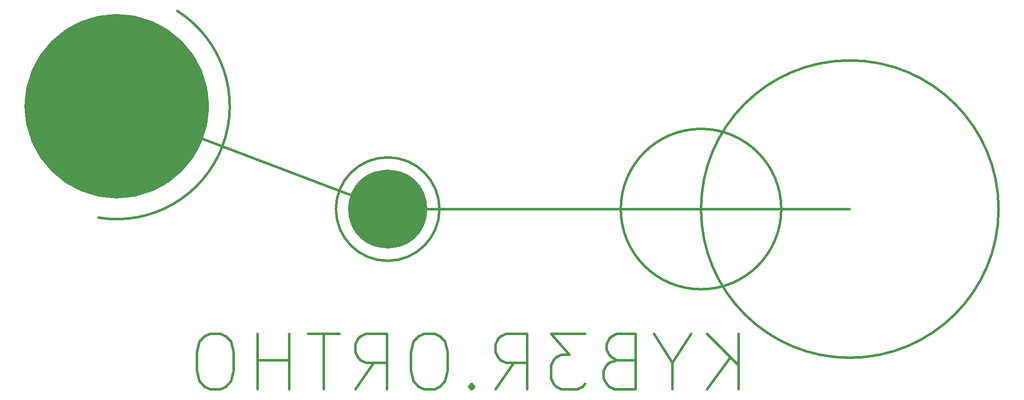
<source format=gbr>
%TF.GenerationSoftware,KiCad,Pcbnew,8.0.6*%
%TF.CreationDate,2025-04-17T08:55:33+02:00*%
%TF.ProjectId,KYBR_ORTHO_BOTTOM,4b594252-5f4f-4525-9448-4f5f424f5454,rev?*%
%TF.SameCoordinates,Original*%
%TF.FileFunction,Legend,Bot*%
%TF.FilePolarity,Positive*%
%FSLAX46Y46*%
G04 Gerber Fmt 4.6, Leading zero omitted, Abs format (unit mm)*
G04 Created by KiCad (PCBNEW 8.0.6) date 2025-04-17 08:55:33*
%MOMM*%
%LPD*%
G01*
G04 APERTURE LIST*
%ADD10C,7.833315*%
%ADD11C,0.500000*%
%ADD12C,18.302671*%
G04 APERTURE END LIST*
D10*
X136916657Y-91200000D02*
G75*
G02*
X129083343Y-91200000I-3916657J0D01*
G01*
X129083343Y-91200000D02*
G75*
G02*
X136916657Y-91200000I3916657J0D01*
G01*
D11*
X143261579Y-91200000D02*
G75*
G02*
X122738421Y-91200000I-10261579J0D01*
G01*
X122738421Y-91200000D02*
G75*
G02*
X143261579Y-91200000I10261579J0D01*
G01*
X91278241Y-51881975D02*
G75*
G02*
X75700000Y-92899998I-11978241J-18918025D01*
G01*
D12*
X88451335Y-70800000D02*
G75*
G02*
X70148665Y-70800000I-9151335J0D01*
G01*
X70148665Y-70800000D02*
G75*
G02*
X88451335Y-70800000I9151335J0D01*
G01*
D11*
X133000000Y-91200000D02*
X79300000Y-70800000D01*
X211003587Y-91200000D02*
G75*
G02*
X179196413Y-91200000I-15903587J0D01*
G01*
X179196413Y-91200000D02*
G75*
G02*
X211003587Y-91200000I15903587J0D01*
G01*
X224587794Y-91200000D02*
X133000000Y-91200000D01*
X254075588Y-91200000D02*
G75*
G02*
X195100000Y-91200000I-29487794J0D01*
G01*
X195100000Y-91200000D02*
G75*
G02*
X254075588Y-91200000I29487794J0D01*
G01*
X202552005Y-126927809D02*
X202552005Y-115927809D01*
X196266291Y-126927809D02*
X200980576Y-120642095D01*
X196266291Y-115927809D02*
X202552005Y-122213523D01*
X189456767Y-121689714D02*
X189456767Y-126927809D01*
X193123433Y-115927809D02*
X189456767Y-121689714D01*
X189456767Y-121689714D02*
X185790100Y-115927809D01*
X178456767Y-121165904D02*
X176885339Y-121689714D01*
X176885339Y-121689714D02*
X176361529Y-122213523D01*
X176361529Y-122213523D02*
X175837720Y-123261142D01*
X175837720Y-123261142D02*
X175837720Y-124832571D01*
X175837720Y-124832571D02*
X176361529Y-125880190D01*
X176361529Y-125880190D02*
X176885339Y-126404000D01*
X176885339Y-126404000D02*
X177932958Y-126927809D01*
X177932958Y-126927809D02*
X182123434Y-126927809D01*
X182123434Y-126927809D02*
X182123434Y-115927809D01*
X182123434Y-115927809D02*
X178456767Y-115927809D01*
X178456767Y-115927809D02*
X177409148Y-116451619D01*
X177409148Y-116451619D02*
X176885339Y-116975428D01*
X176885339Y-116975428D02*
X176361529Y-118023047D01*
X176361529Y-118023047D02*
X176361529Y-119070666D01*
X176361529Y-119070666D02*
X176885339Y-120118285D01*
X176885339Y-120118285D02*
X177409148Y-120642095D01*
X177409148Y-120642095D02*
X178456767Y-121165904D01*
X178456767Y-121165904D02*
X182123434Y-121165904D01*
X172171053Y-115927809D02*
X165361529Y-115927809D01*
X165361529Y-115927809D02*
X169028196Y-120118285D01*
X169028196Y-120118285D02*
X167456767Y-120118285D01*
X167456767Y-120118285D02*
X166409148Y-120642095D01*
X166409148Y-120642095D02*
X165885339Y-121165904D01*
X165885339Y-121165904D02*
X165361529Y-122213523D01*
X165361529Y-122213523D02*
X165361529Y-124832571D01*
X165361529Y-124832571D02*
X165885339Y-125880190D01*
X165885339Y-125880190D02*
X166409148Y-126404000D01*
X166409148Y-126404000D02*
X167456767Y-126927809D01*
X167456767Y-126927809D02*
X170599624Y-126927809D01*
X170599624Y-126927809D02*
X171647243Y-126404000D01*
X171647243Y-126404000D02*
X172171053Y-125880190D01*
X154361530Y-126927809D02*
X158028196Y-121689714D01*
X160647244Y-126927809D02*
X160647244Y-115927809D01*
X160647244Y-115927809D02*
X156456768Y-115927809D01*
X156456768Y-115927809D02*
X155409149Y-116451619D01*
X155409149Y-116451619D02*
X154885339Y-116975428D01*
X154885339Y-116975428D02*
X154361530Y-118023047D01*
X154361530Y-118023047D02*
X154361530Y-119594476D01*
X154361530Y-119594476D02*
X154885339Y-120642095D01*
X154885339Y-120642095D02*
X155409149Y-121165904D01*
X155409149Y-121165904D02*
X156456768Y-121689714D01*
X156456768Y-121689714D02*
X160647244Y-121689714D01*
X149647244Y-125880190D02*
X149123434Y-126404000D01*
X149123434Y-126404000D02*
X149647244Y-126927809D01*
X149647244Y-126927809D02*
X150171053Y-126404000D01*
X150171053Y-126404000D02*
X149647244Y-125880190D01*
X149647244Y-125880190D02*
X149647244Y-126927809D01*
X142313911Y-115927809D02*
X140218673Y-115927809D01*
X140218673Y-115927809D02*
X139171054Y-116451619D01*
X139171054Y-116451619D02*
X138123435Y-117499238D01*
X138123435Y-117499238D02*
X137599625Y-119594476D01*
X137599625Y-119594476D02*
X137599625Y-123261142D01*
X137599625Y-123261142D02*
X138123435Y-125356380D01*
X138123435Y-125356380D02*
X139171054Y-126404000D01*
X139171054Y-126404000D02*
X140218673Y-126927809D01*
X140218673Y-126927809D02*
X142313911Y-126927809D01*
X142313911Y-126927809D02*
X143361530Y-126404000D01*
X143361530Y-126404000D02*
X144409149Y-125356380D01*
X144409149Y-125356380D02*
X144932958Y-123261142D01*
X144932958Y-123261142D02*
X144932958Y-119594476D01*
X144932958Y-119594476D02*
X144409149Y-117499238D01*
X144409149Y-117499238D02*
X143361530Y-116451619D01*
X143361530Y-116451619D02*
X142313911Y-115927809D01*
X126599625Y-126927809D02*
X130266291Y-121689714D01*
X132885339Y-126927809D02*
X132885339Y-115927809D01*
X132885339Y-115927809D02*
X128694863Y-115927809D01*
X128694863Y-115927809D02*
X127647244Y-116451619D01*
X127647244Y-116451619D02*
X127123434Y-116975428D01*
X127123434Y-116975428D02*
X126599625Y-118023047D01*
X126599625Y-118023047D02*
X126599625Y-119594476D01*
X126599625Y-119594476D02*
X127123434Y-120642095D01*
X127123434Y-120642095D02*
X127647244Y-121165904D01*
X127647244Y-121165904D02*
X128694863Y-121689714D01*
X128694863Y-121689714D02*
X132885339Y-121689714D01*
X123456767Y-115927809D02*
X117171053Y-115927809D01*
X120313910Y-126927809D02*
X120313910Y-115927809D01*
X113504387Y-126927809D02*
X113504387Y-115927809D01*
X113504387Y-121165904D02*
X107218673Y-121165904D01*
X107218673Y-126927809D02*
X107218673Y-115927809D01*
X99885339Y-115927809D02*
X97790101Y-115927809D01*
X97790101Y-115927809D02*
X96742482Y-116451619D01*
X96742482Y-116451619D02*
X95694863Y-117499238D01*
X95694863Y-117499238D02*
X95171053Y-119594476D01*
X95171053Y-119594476D02*
X95171053Y-123261142D01*
X95171053Y-123261142D02*
X95694863Y-125356380D01*
X95694863Y-125356380D02*
X96742482Y-126404000D01*
X96742482Y-126404000D02*
X97790101Y-126927809D01*
X97790101Y-126927809D02*
X99885339Y-126927809D01*
X99885339Y-126927809D02*
X100932958Y-126404000D01*
X100932958Y-126404000D02*
X101980577Y-125356380D01*
X101980577Y-125356380D02*
X102504386Y-123261142D01*
X102504386Y-123261142D02*
X102504386Y-119594476D01*
X102504386Y-119594476D02*
X101980577Y-117499238D01*
X101980577Y-117499238D02*
X100932958Y-116451619D01*
X100932958Y-116451619D02*
X99885339Y-115927809D01*
M02*

</source>
